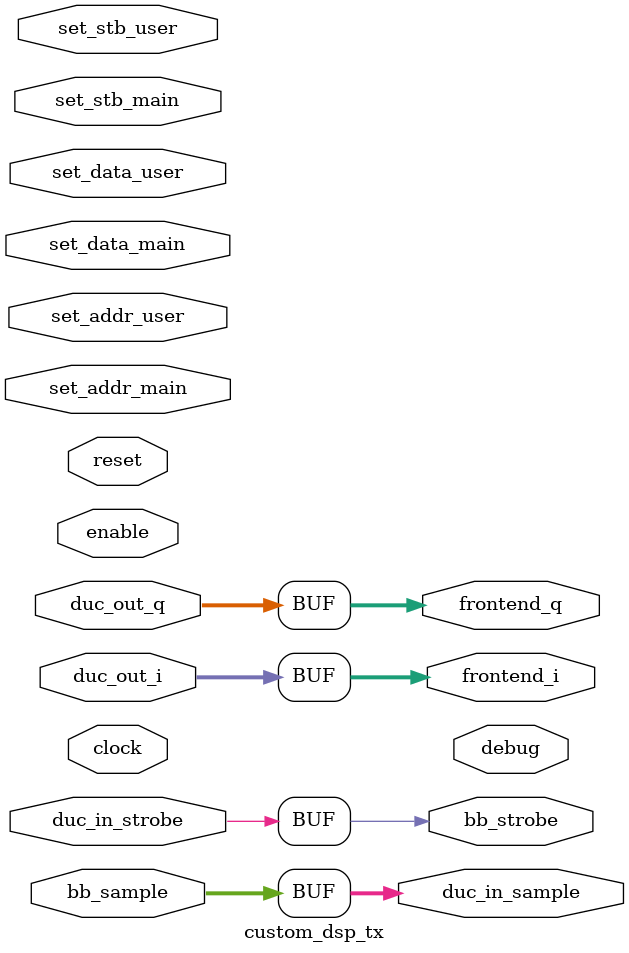
<source format=v>


//The following module effects the IO of the DUC chain.
//By default, this entire module is a simple pass-through.

//To implement DSP logic before the DUC:
//Implement custom DSP between baseband and duc input.

//To implement DSP logic after the DUC:
//Implement custom DSP between duc output and frontend.

//To bypass the DUC with custom logic:
//Implement custom DSP between baseband and frontend.

module custom_dsp_tx
#(
    //the dsp unit number: 0, 1, 2...
    parameter DSPNO = 0,

    //frontend bus width
    parameter WIDTH = 24
)
(
    //control signals
    input clock, input reset, input enable,

    //main settings bus for built-in modules
    input set_stb_main, input [7:0] set_addr_main, input [31:0] set_data_main,

    //user settings bus, controlled through user setting regs API
    input set_stb_user, input [7:0] set_addr_user, input [31:0] set_data_user,

    //full rate outputs directly to the TX frontend
    output [WIDTH-1:0] frontend_i,
    output [WIDTH-1:0] frontend_q,

    //full rate outputs directly from the DUC chain
    input [WIDTH-1:0] duc_out_i,
    input [WIDTH-1:0] duc_out_q,

    //strobed samples {I16,Q16} to the TX DUC chain
    output [31:0] duc_in_sample,
    input duc_in_strobe, //this is a backpressure signal

    //strobbed baseband samples {I16,Q16} to this module
    input [31:0] bb_sample,
    output bb_strobe, //this is a backpressure signal

    //debug output (optional)
    output [31:0] debug
);

    generate
        if (DSPNO==0) begin
            `ifndef TX_DSP0_MODULE
            assign frontend_i = duc_out_i;
            assign frontend_q = duc_out_q;
            assign duc_in_sample = bb_sample;
            assign bb_strobe = duc_in_strobe;
            `else
            TX_DSP0_CUSTOM_MODULE_NAME tx_dsp0_custom
            (
                .clock(clock), .reset(reset), .enable(enable),
                .set_stb(set_stb), .set_addr(set_addr), .set_data(set_data),
                .frontend_i(frontend_i), .frontend_q(frontend_q),
                .duc_out_i(duc_out_i), .duc_out_q(duc_out_q),
                .duc_in_sample(duc_in_sample), .duc_in_strobe(duc_in_strobe),
                .bb_sample(bb_sample), .bb_strobe(bb_strobe)
            );
            `endif
        end
        else begin
            `ifndef TX_DSP1_MODULE
            assign frontend_i = duc_out_i;
            assign frontend_q = duc_out_q;
            assign duc_in_sample = bb_sample;
            assign bb_strobe = duc_in_strobe;
            `else
            TX_DSP1_CUSTOM_MODULE_NAME tx_dsp1_custom
            (
                .clock(clock), .reset(reset), .enable(enable),
                .set_stb(set_stb), .set_addr(set_addr), .set_data(set_data),
                .frontend_i(frontend_i), .frontend_q(frontend_q),
                .duc_out_i(duc_out_i), .duc_out_q(duc_out_q),
                .duc_in_sample(duc_in_sample), .duc_in_strobe(duc_in_strobe),
                .bb_sample(bb_sample), .bb_strobe(bb_strobe)
            );
            `endif
        end
    endgenerate

endmodule //custom_dsp_tx

</source>
